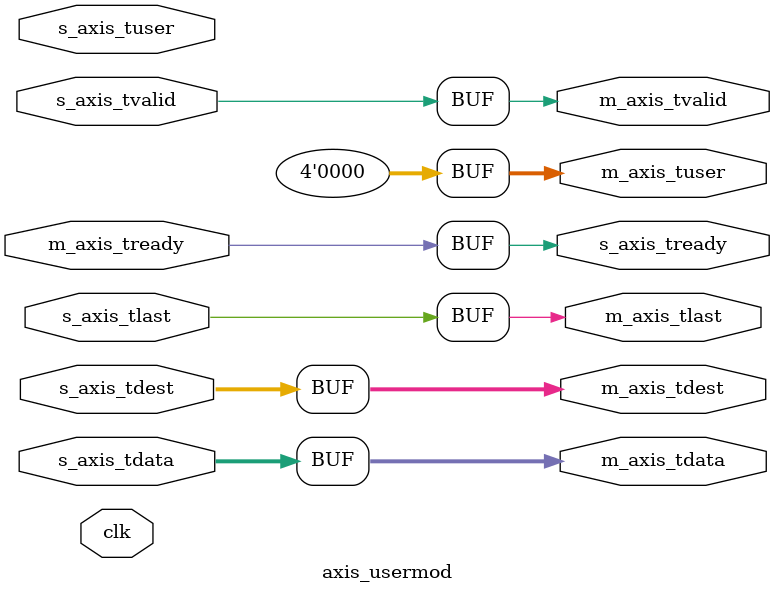
<source format=v>
/*
AXI stream user signal overwrite

no keep signal forwarded
*/
module axis_usermod #(
	parameter USER_OVERWRITE = 0,
	parameter DATA_WIDTH = 512,
	parameter USER_WIDTH = 4,
	parameter DEST_WIDTH = 4
)(
	input wire clk,
	output wire [DATA_WIDTH-1:0]  m_axis_tdata,
	output wire [USER_WIDTH-1:0]  m_axis_tuser,
	output wire [DEST_WIDTH-1:0]  m_axis_tdest,
	output wire                   m_axis_tlast,
	// no keep
	input  wire                   m_axis_tready,
	output wire                   m_axis_tvalid,

	input  wire [DATA_WIDTH-1:0]  s_axis_tdata,
	input  wire [USER_WIDTH-1:0]  s_axis_tuser,
	input  wire [DEST_WIDTH-1:0]  s_axis_tdest,
	input  wire                   s_axis_tlast,
	// no keep
	output wire                   s_axis_tready,
	input  wire                   s_axis_tvalid
);

assign s_axis_tready = m_axis_tready;
assign m_axis_tvalid = s_axis_tvalid;
assign m_axis_tdata = s_axis_tdata;
assign m_axis_tuser = USER_OVERWRITE;
assign m_axis_tdest = s_axis_tdest;
assign m_axis_tlast = s_axis_tlast;

endmodule

</source>
